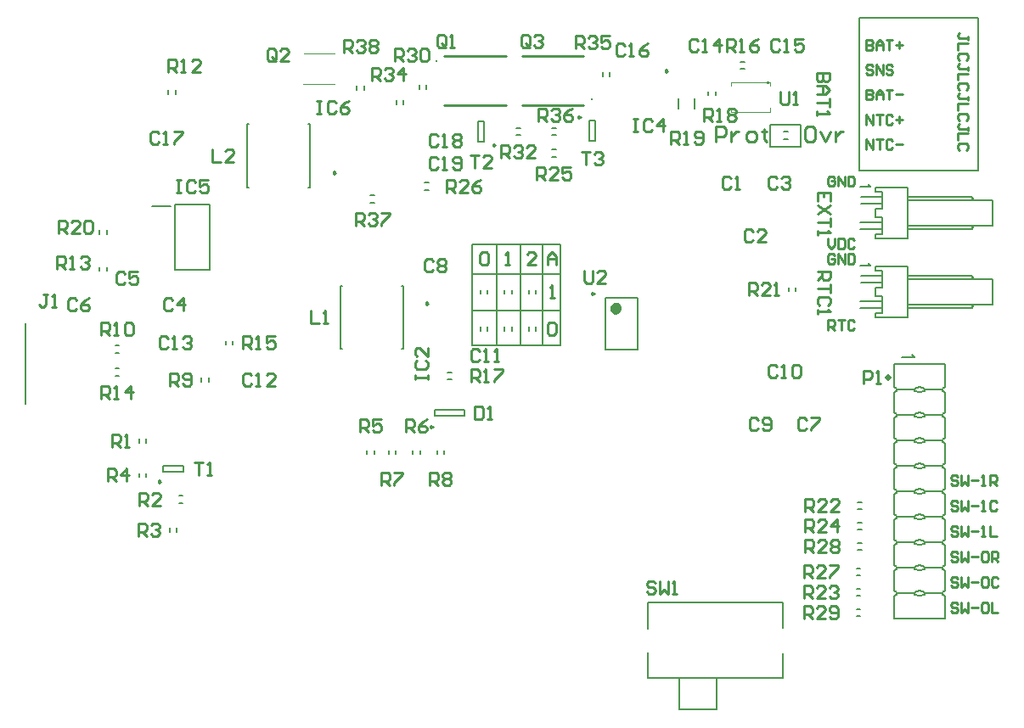
<source format=gto>
G04*
G04 #@! TF.GenerationSoftware,Altium Limited,Altium Designer,19.1.8 (144)*
G04*
G04 Layer_Color=65535*
%FSLAX25Y25*%
%MOIN*%
G70*
G01*
G75*
%ADD10C,0.00984*%
%ADD11C,0.01181*%
%ADD12C,0.00984*%
%ADD13C,0.02362*%
%ADD14C,0.01000*%
%ADD15C,0.00787*%
%ADD16C,0.00800*%
%ADD17C,0.00394*%
%ADD18C,0.00591*%
D10*
X221804Y320728D02*
X221066Y321155D01*
Y320302D01*
X221804Y320728D01*
X258095Y269406D02*
X257356Y269832D01*
Y268979D01*
X258095Y269406D01*
X259906Y220988D02*
X259167Y221414D01*
Y220562D01*
X259906Y220988D01*
X284482Y331648D02*
X283744Y332074D01*
Y331221D01*
X284482Y331648D01*
X317874Y342621D02*
X317136Y343047D01*
Y342195D01*
X317874Y342621D01*
X323272Y273311D02*
X322533Y273737D01*
Y272885D01*
X323272Y273311D01*
X352079Y360787D02*
X351341Y361214D01*
Y360361D01*
X352079Y360787D01*
X153177Y199382D02*
X152439Y199808D01*
Y198956D01*
X153177Y199382D01*
X264400Y347354D02*
X288612D01*
X264400Y366646D02*
X288612D01*
X294882D02*
X319094D01*
X294882Y347354D02*
X319094D01*
D11*
X439248Y240362D02*
X438658Y240953D01*
X438067Y240362D01*
X438658Y239772D01*
X439248Y240362D01*
D12*
X261419Y364476D02*
D03*
X322437Y349524D02*
D03*
D13*
X332819Y267602D02*
X332374Y268526D01*
X331375Y268754D01*
X330574Y268115D01*
Y267090D01*
X331375Y266451D01*
X332374Y266679D01*
X332819Y267602D01*
D14*
X391693Y356405D02*
X390905D01*
X391693D01*
X415000Y294936D02*
Y292312D01*
X416312Y291000D01*
X417624Y292312D01*
Y294936D01*
X418936D02*
Y291000D01*
X420904D01*
X421560Y291656D01*
Y294280D01*
X420904Y294936D01*
X418936D01*
X425495Y294280D02*
X424839Y294936D01*
X423527D01*
X422871Y294280D01*
Y291656D01*
X423527Y291000D01*
X424839D01*
X425495Y291656D01*
X415000Y259000D02*
Y262936D01*
X416968D01*
X417624Y262280D01*
Y260968D01*
X416968Y260312D01*
X415000D01*
X416312D02*
X417624Y259000D01*
X418936Y262936D02*
X421560D01*
X420248D01*
Y259000D01*
X425495Y262280D02*
X424839Y262936D01*
X423527D01*
X422871Y262280D01*
Y259656D01*
X423527Y259000D01*
X424839D01*
X425495Y259656D01*
X417624Y288280D02*
X416968Y288936D01*
X415656D01*
X415000Y288280D01*
Y285656D01*
X415656Y285000D01*
X416968D01*
X417624Y285656D01*
Y286968D01*
X416312D01*
X418936Y285000D02*
Y288936D01*
X421560Y285000D01*
Y288936D01*
X422871D02*
Y285000D01*
X424839D01*
X425495Y285656D01*
Y288280D01*
X424839Y288936D01*
X422871D01*
X417624Y318780D02*
X416968Y319436D01*
X415656D01*
X415000Y318780D01*
Y316156D01*
X415656Y315500D01*
X416968D01*
X417624Y316156D01*
Y317468D01*
X416312D01*
X418936Y315500D02*
Y319436D01*
X421560Y315500D01*
Y319436D01*
X422871D02*
Y315500D01*
X424839D01*
X425495Y316156D01*
Y318780D01*
X424839Y319436D01*
X422871D01*
X430000Y330000D02*
Y333936D01*
X432624Y330000D01*
Y333936D01*
X433936D02*
X436560D01*
X435248D01*
Y330000D01*
X440495Y333280D02*
X439839Y333936D01*
X438527D01*
X437872Y333280D01*
Y330656D01*
X438527Y330000D01*
X439839D01*
X440495Y330656D01*
X441807Y331968D02*
X444431D01*
X430000Y339750D02*
Y343686D01*
X432624Y339750D01*
Y343686D01*
X433936D02*
X436560D01*
X435248D01*
Y339750D01*
X440495Y343030D02*
X439839Y343686D01*
X438527D01*
X437872Y343030D01*
Y340406D01*
X438527Y339750D01*
X439839D01*
X440495Y340406D01*
X441807Y341718D02*
X444431D01*
X443119Y343030D02*
Y340406D01*
X430000Y353436D02*
Y349500D01*
X431968D01*
X432624Y350156D01*
Y350812D01*
X431968Y351468D01*
X430000D01*
X431968D01*
X432624Y352124D01*
Y352780D01*
X431968Y353436D01*
X430000D01*
X433936Y349500D02*
Y352124D01*
X435248Y353436D01*
X436560Y352124D01*
Y349500D01*
Y351468D01*
X433936D01*
X437872Y353436D02*
X440495D01*
X439183D01*
Y349500D01*
X441807Y351468D02*
X444431D01*
X432624Y362530D02*
X431968Y363186D01*
X430656D01*
X430000Y362530D01*
Y361874D01*
X430656Y361218D01*
X431968D01*
X432624Y360562D01*
Y359906D01*
X431968Y359250D01*
X430656D01*
X430000Y359906D01*
X433936Y359250D02*
Y363186D01*
X436560Y359250D01*
Y363186D01*
X440495Y362530D02*
X439839Y363186D01*
X438527D01*
X437872Y362530D01*
Y361874D01*
X438527Y361218D01*
X439839D01*
X440495Y360562D01*
Y359906D01*
X439839Y359250D01*
X438527D01*
X437872Y359906D01*
X430000Y372936D02*
Y369000D01*
X431968D01*
X432624Y369656D01*
Y370312D01*
X431968Y370968D01*
X430000D01*
X431968D01*
X432624Y371624D01*
Y372280D01*
X431968Y372936D01*
X430000D01*
X433936Y369000D02*
Y371624D01*
X435248Y372936D01*
X436560Y371624D01*
Y369000D01*
Y370968D01*
X433936D01*
X437872Y372936D02*
X440495D01*
X439183D01*
Y369000D01*
X441807Y370968D02*
X444431D01*
X443119Y372280D02*
Y369656D01*
X466124Y181280D02*
X465468Y181936D01*
X464156D01*
X463500Y181280D01*
Y180624D01*
X464156Y179968D01*
X465468D01*
X466124Y179312D01*
Y178656D01*
X465468Y178000D01*
X464156D01*
X463500Y178656D01*
X467436Y181936D02*
Y178000D01*
X468748Y179312D01*
X470060Y178000D01*
Y181936D01*
X471372Y179968D02*
X473995D01*
X475307Y178000D02*
X476619D01*
X475963D01*
Y181936D01*
X475307Y181280D01*
X478587Y181936D02*
Y178000D01*
X481211D01*
X466124Y191280D02*
X465468Y191936D01*
X464156D01*
X463500Y191280D01*
Y190624D01*
X464156Y189968D01*
X465468D01*
X466124Y189312D01*
Y188656D01*
X465468Y188000D01*
X464156D01*
X463500Y188656D01*
X467436Y191936D02*
Y188000D01*
X468748Y189312D01*
X470060Y188000D01*
Y191936D01*
X471372Y189968D02*
X473995D01*
X475307Y188000D02*
X476619D01*
X475963D01*
Y191936D01*
X475307Y191280D01*
X481211D02*
X480555Y191936D01*
X479243D01*
X478587Y191280D01*
Y188656D01*
X479243Y188000D01*
X480555D01*
X481211Y188656D01*
X466124Y201280D02*
X465468Y201936D01*
X464156D01*
X463500Y201280D01*
Y200624D01*
X464156Y199968D01*
X465468D01*
X466124Y199312D01*
Y198656D01*
X465468Y198000D01*
X464156D01*
X463500Y198656D01*
X467436Y201936D02*
Y198000D01*
X468748Y199312D01*
X470060Y198000D01*
Y201936D01*
X471372Y199968D02*
X473995D01*
X475307Y198000D02*
X476619D01*
X475963D01*
Y201936D01*
X475307Y201280D01*
X478587Y198000D02*
Y201936D01*
X480555D01*
X481211Y201280D01*
Y199968D01*
X480555Y199312D01*
X478587D01*
X479899D02*
X481211Y198000D01*
X466124Y171280D02*
X465468Y171936D01*
X464156D01*
X463500Y171280D01*
Y170624D01*
X464156Y169968D01*
X465468D01*
X466124Y169312D01*
Y168656D01*
X465468Y168000D01*
X464156D01*
X463500Y168656D01*
X467436Y171936D02*
Y168000D01*
X468748Y169312D01*
X470060Y168000D01*
Y171936D01*
X471372Y169968D02*
X473995D01*
X475307Y171280D02*
X475963Y171936D01*
X477275D01*
X477931Y171280D01*
Y168656D01*
X477275Y168000D01*
X475963D01*
X475307Y168656D01*
Y171280D01*
X479243Y168000D02*
Y171936D01*
X481211D01*
X481867Y171280D01*
Y169968D01*
X481211Y169312D01*
X479243D01*
X480555D02*
X481867Y168000D01*
X466124Y161280D02*
X465468Y161936D01*
X464156D01*
X463500Y161280D01*
Y160624D01*
X464156Y159968D01*
X465468D01*
X466124Y159312D01*
Y158656D01*
X465468Y158000D01*
X464156D01*
X463500Y158656D01*
X467436Y161936D02*
Y158000D01*
X468748Y159312D01*
X470060Y158000D01*
Y161936D01*
X471372Y159968D02*
X473995D01*
X475307Y161280D02*
X475963Y161936D01*
X477275D01*
X477931Y161280D01*
Y158656D01*
X477275Y158000D01*
X475963D01*
X475307Y158656D01*
Y161280D01*
X481867D02*
X481211Y161936D01*
X479899D01*
X479243Y161280D01*
Y158656D01*
X479899Y158000D01*
X481211D01*
X481867Y158656D01*
X466124Y151280D02*
X465468Y151936D01*
X464156D01*
X463500Y151280D01*
Y150624D01*
X464156Y149968D01*
X465468D01*
X466124Y149312D01*
Y148656D01*
X465468Y148000D01*
X464156D01*
X463500Y148656D01*
X467436Y151936D02*
Y148000D01*
X468748Y149312D01*
X470060Y148000D01*
Y151936D01*
X471372Y149968D02*
X473995D01*
X475307Y151280D02*
X475963Y151936D01*
X477275D01*
X477931Y151280D01*
Y148656D01*
X477275Y148000D01*
X475963D01*
X475307Y148656D01*
Y151280D01*
X479243Y151936D02*
Y148000D01*
X481867D01*
X469936Y372876D02*
Y374188D01*
Y373532D01*
X466656D01*
X466000Y374188D01*
Y374844D01*
X466656Y375500D01*
X469936Y371564D02*
X466000D01*
Y368940D01*
X469280Y365005D02*
X469936Y365661D01*
Y366973D01*
X469280Y367629D01*
X466656D01*
X466000Y366973D01*
Y365661D01*
X466656Y365005D01*
X469936Y361069D02*
Y362381D01*
Y361725D01*
X466656D01*
X466000Y362381D01*
Y363037D01*
X466656Y363693D01*
X469936Y359757D02*
X466000D01*
Y357133D01*
X469280Y353198D02*
X469936Y353853D01*
Y355165D01*
X469280Y355821D01*
X466656D01*
X466000Y355165D01*
Y353853D01*
X466656Y353198D01*
X469936Y349262D02*
Y350574D01*
Y349918D01*
X466656D01*
X466000Y350574D01*
Y351230D01*
X466656Y351886D01*
X469936Y347950D02*
X466000D01*
Y345326D01*
X469280Y341390D02*
X469936Y342046D01*
Y343358D01*
X469280Y344014D01*
X466656D01*
X466000Y343358D01*
Y342046D01*
X466656Y341390D01*
X469936Y337455D02*
Y338766D01*
Y338110D01*
X466656D01*
X466000Y338766D01*
Y339422D01*
X466656Y340078D01*
X469936Y336143D02*
X466000D01*
Y333519D01*
X469280Y329583D02*
X469936Y330239D01*
Y331551D01*
X469280Y332207D01*
X466656D01*
X466000Y331551D01*
Y330239D01*
X466656Y329583D01*
X305000Y284500D02*
Y287832D01*
X306666Y289498D01*
X308332Y287832D01*
Y284500D01*
Y286999D01*
X305000D01*
X300332Y284500D02*
X297000D01*
X300332Y287832D01*
Y288665D01*
X299499Y289498D01*
X297833D01*
X297000Y288665D01*
X288500Y284500D02*
X290166D01*
X289333D01*
Y289498D01*
X288500Y288665D01*
X278500D02*
X279333Y289498D01*
X280999D01*
X281832Y288665D01*
Y285333D01*
X280999Y284500D01*
X279333D01*
X278500Y285333D01*
Y288665D01*
X305000Y261165D02*
X305833Y261998D01*
X307499D01*
X308332Y261165D01*
Y257833D01*
X307499Y257000D01*
X305833D01*
X305000Y257833D01*
Y261165D01*
X306000Y271500D02*
X307666D01*
X306833D01*
Y276498D01*
X306000Y275665D01*
X371000Y333000D02*
Y338998D01*
X373999D01*
X374999Y337998D01*
Y335999D01*
X373999Y334999D01*
X371000D01*
X376998Y336999D02*
Y333000D01*
Y334999D01*
X377998Y335999D01*
X378997Y336999D01*
X379997D01*
X383996Y333000D02*
X385995D01*
X386995Y334000D01*
Y335999D01*
X385995Y336999D01*
X383996D01*
X382996Y335999D01*
Y334000D01*
X383996Y333000D01*
X389994Y337998D02*
Y336999D01*
X388994D01*
X390993D01*
X389994D01*
Y334000D01*
X390993Y333000D01*
X408988Y338998D02*
X406988D01*
X405989Y337998D01*
Y334000D01*
X406988Y333000D01*
X408988D01*
X409987Y334000D01*
Y337998D01*
X408988Y338998D01*
X411987Y336999D02*
X413986Y333000D01*
X415985Y336999D01*
X417985D02*
Y333000D01*
Y334999D01*
X418985Y335999D01*
X419984Y336999D01*
X420984D01*
X276500Y228998D02*
Y224000D01*
X278999D01*
X279832Y224833D01*
Y228165D01*
X278999Y228998D01*
X276500D01*
X281498Y224000D02*
X283165D01*
X282331D01*
Y228998D01*
X281498Y228165D01*
X260132Y286065D02*
X259299Y286898D01*
X257633D01*
X256800Y286065D01*
Y282733D01*
X257633Y281900D01*
X259299D01*
X260132Y282733D01*
X261798Y286065D02*
X262631Y286898D01*
X264298D01*
X265131Y286065D01*
Y285232D01*
X264298Y284399D01*
X265131Y283566D01*
Y282733D01*
X264298Y281900D01*
X262631D01*
X261798Y282733D01*
Y283566D01*
X262631Y284399D01*
X261798Y285232D01*
Y286065D01*
X262631Y284399D02*
X264298D01*
X278332Y250665D02*
X277499Y251498D01*
X275833D01*
X275000Y250665D01*
Y247333D01*
X275833Y246500D01*
X277499D01*
X278332Y247333D01*
X279998Y246500D02*
X281664D01*
X280831D01*
Y251498D01*
X279998Y250665D01*
X284164Y246500D02*
X285830D01*
X284997D01*
Y251498D01*
X284164Y250665D01*
X253002Y239500D02*
Y241166D01*
Y240333D01*
X258000D01*
Y239500D01*
Y241166D01*
X253835Y246998D02*
X253002Y246164D01*
Y244498D01*
X253835Y243665D01*
X257167D01*
X258000Y244498D01*
Y246164D01*
X257167Y246998D01*
X258000Y251996D02*
Y248664D01*
X254668Y251996D01*
X253835D01*
X253002Y251163D01*
Y249497D01*
X253835Y248664D01*
X211900Y266498D02*
Y261500D01*
X215232D01*
X216898D02*
X218565D01*
X217731D01*
Y266498D01*
X216898Y265665D01*
X275000Y238500D02*
Y243498D01*
X277499D01*
X278332Y242665D01*
Y240999D01*
X277499Y240166D01*
X275000D01*
X276666D02*
X278332Y238500D01*
X279998D02*
X281664D01*
X280831D01*
Y243498D01*
X279998Y242665D01*
X284164Y243498D02*
X287496D01*
Y242665D01*
X284164Y239333D01*
Y238500D01*
X262032Y335165D02*
X261199Y335998D01*
X259533D01*
X258700Y335165D01*
Y331833D01*
X259533Y331000D01*
X261199D01*
X262032Y331833D01*
X263698Y331000D02*
X265365D01*
X264531D01*
Y335998D01*
X263698Y335165D01*
X267864D02*
X268697Y335998D01*
X270363D01*
X271196Y335165D01*
Y334332D01*
X270363Y333499D01*
X271196Y332666D01*
Y331833D01*
X270363Y331000D01*
X268697D01*
X267864Y331833D01*
Y332666D01*
X268697Y333499D01*
X267864Y334332D01*
Y335165D01*
X268697Y333499D02*
X270363D01*
X262032Y326165D02*
X261199Y326998D01*
X259533D01*
X258700Y326165D01*
Y322833D01*
X259533Y322000D01*
X261199D01*
X262032Y322833D01*
X263698Y322000D02*
X265365D01*
X264531D01*
Y326998D01*
X263698Y326165D01*
X267864Y322833D02*
X268697Y322000D01*
X270363D01*
X271196Y322833D01*
Y326165D01*
X270363Y326998D01*
X268697D01*
X267864Y326165D01*
Y325332D01*
X268697Y324499D01*
X271196D01*
X214500Y348998D02*
X216166D01*
X215333D01*
Y344000D01*
X214500D01*
X216166D01*
X221998Y348165D02*
X221164Y348998D01*
X219498D01*
X218665Y348165D01*
Y344833D01*
X219498Y344000D01*
X221164D01*
X221998Y344833D01*
X226996Y348998D02*
X225330Y348165D01*
X223664Y346499D01*
Y344833D01*
X224497Y344000D01*
X226163D01*
X226996Y344833D01*
Y345666D01*
X226163Y346499D01*
X223664D01*
X173500Y329998D02*
Y325000D01*
X176832D01*
X181831D02*
X178498D01*
X181831Y328332D01*
Y329165D01*
X180998Y329998D01*
X179331D01*
X178498Y329165D01*
X236000Y357000D02*
Y361998D01*
X238499D01*
X239332Y361165D01*
Y359499D01*
X238499Y358666D01*
X236000D01*
X237666D02*
X239332Y357000D01*
X240998Y361165D02*
X241831Y361998D01*
X243498D01*
X244331Y361165D01*
Y360332D01*
X243498Y359499D01*
X242665D01*
X243498D01*
X244331Y358666D01*
Y357833D01*
X243498Y357000D01*
X241831D01*
X240998Y357833D01*
X248496Y357000D02*
Y361998D01*
X245997Y359499D01*
X249329D01*
X229600Y300100D02*
Y305098D01*
X232099D01*
X232932Y304265D01*
Y302599D01*
X232099Y301766D01*
X229600D01*
X231266D02*
X232932Y300100D01*
X234598Y304265D02*
X235431Y305098D01*
X237098D01*
X237931Y304265D01*
Y303432D01*
X237098Y302599D01*
X236264D01*
X237098D01*
X237931Y301766D01*
Y300933D01*
X237098Y300100D01*
X235431D01*
X234598Y300933D01*
X239597Y305098D02*
X242929D01*
Y304265D01*
X239597Y300933D01*
Y300100D01*
X225000Y368000D02*
Y372998D01*
X227499D01*
X228332Y372165D01*
Y370499D01*
X227499Y369666D01*
X225000D01*
X226666D02*
X228332Y368000D01*
X229998Y372165D02*
X230831Y372998D01*
X232498D01*
X233331Y372165D01*
Y371332D01*
X232498Y370499D01*
X231664D01*
X232498D01*
X233331Y369666D01*
Y368833D01*
X232498Y368000D01*
X230831D01*
X229998Y368833D01*
X234997Y372165D02*
X235830Y372998D01*
X237496D01*
X238329Y372165D01*
Y371332D01*
X237496Y370499D01*
X238329Y369666D01*
Y368833D01*
X237496Y368000D01*
X235830D01*
X234997Y368833D01*
Y369666D01*
X235830Y370499D01*
X234997Y371332D01*
Y372165D01*
X235830Y370499D02*
X237496D01*
X198332Y365333D02*
Y368665D01*
X197499Y369498D01*
X195833D01*
X195000Y368665D01*
Y365333D01*
X195833Y364500D01*
X197499D01*
X196666Y366166D02*
X198332Y364500D01*
X197499D02*
X198332Y365333D01*
X203331Y364500D02*
X199998D01*
X203331Y367832D01*
Y368665D01*
X202498Y369498D01*
X200831D01*
X199998Y368665D01*
X319400Y282298D02*
Y278133D01*
X320233Y277300D01*
X321899D01*
X322732Y278133D01*
Y282298D01*
X327731Y277300D02*
X324398D01*
X327731Y280632D01*
Y281465D01*
X326898Y282298D01*
X325231D01*
X324398Y281465D01*
X396500Y352498D02*
Y348333D01*
X397333Y347500D01*
X398999D01*
X399832Y348333D01*
Y352498D01*
X401498Y347500D02*
X403164D01*
X402331D01*
Y352498D01*
X401498Y351665D01*
X318300Y328898D02*
X321632D01*
X319966D01*
Y323900D01*
X323298Y328065D02*
X324131Y328898D01*
X325798D01*
X326631Y328065D01*
Y327232D01*
X325798Y326399D01*
X324964D01*
X325798D01*
X326631Y325566D01*
Y324733D01*
X325798Y323900D01*
X324131D01*
X323298Y324733D01*
X274700Y327698D02*
X278032D01*
X276366D01*
Y322700D01*
X283031D02*
X279698D01*
X283031Y326032D01*
Y326865D01*
X282198Y327698D01*
X280531D01*
X279698Y326865D01*
X166400Y206998D02*
X169732D01*
X168066D01*
Y202000D01*
X171398D02*
X173064D01*
X172231D01*
Y206998D01*
X171398Y206165D01*
X347232Y159565D02*
X346399Y160398D01*
X344733D01*
X343900Y159565D01*
Y158732D01*
X344733Y157899D01*
X346399D01*
X347232Y157066D01*
Y156233D01*
X346399Y155400D01*
X344733D01*
X343900Y156233D01*
X348898Y160398D02*
Y155400D01*
X350565Y157066D01*
X352231Y155400D01*
Y160398D01*
X353897Y155400D02*
X355563D01*
X354730D01*
Y160398D01*
X353897Y159565D01*
X410880Y282000D02*
X415879D01*
Y279501D01*
X415046Y278668D01*
X413379D01*
X412546Y279501D01*
Y282000D01*
Y280334D02*
X410880Y278668D01*
X415879Y277002D02*
Y273669D01*
Y275336D01*
X410880D01*
X415046Y268671D02*
X415879Y269504D01*
Y271170D01*
X415046Y272003D01*
X411713D01*
X410880Y271170D01*
Y269504D01*
X411713Y268671D01*
X410880Y267005D02*
Y265339D01*
Y266172D01*
X415879D01*
X415046Y267005D01*
X301500Y341000D02*
Y345998D01*
X303999D01*
X304832Y345165D01*
Y343499D01*
X303999Y342666D01*
X301500D01*
X303166D02*
X304832Y341000D01*
X306498Y345165D02*
X307331Y345998D01*
X308998D01*
X309831Y345165D01*
Y344332D01*
X308998Y343499D01*
X308165D01*
X308998D01*
X309831Y342666D01*
Y341833D01*
X308998Y341000D01*
X307331D01*
X306498Y341833D01*
X314829Y345998D02*
X313163Y345165D01*
X311497Y343499D01*
Y341833D01*
X312330Y341000D01*
X313996D01*
X314829Y341833D01*
Y342666D01*
X313996Y343499D01*
X311497D01*
X316000Y369500D02*
Y374498D01*
X318499D01*
X319332Y373665D01*
Y371999D01*
X318499Y371166D01*
X316000D01*
X317666D02*
X319332Y369500D01*
X320998Y373665D02*
X321831Y374498D01*
X323498D01*
X324331Y373665D01*
Y372832D01*
X323498Y371999D01*
X322664D01*
X323498D01*
X324331Y371166D01*
Y370333D01*
X323498Y369500D01*
X321831D01*
X320998Y370333D01*
X329329Y374498D02*
X325997D01*
Y371999D01*
X327663Y372832D01*
X328496D01*
X329329Y371999D01*
Y370333D01*
X328496Y369500D01*
X326830D01*
X325997Y370333D01*
X286800Y326600D02*
Y331598D01*
X289299D01*
X290132Y330765D01*
Y329099D01*
X289299Y328266D01*
X286800D01*
X288466D02*
X290132Y326600D01*
X291798Y330765D02*
X292631Y331598D01*
X294298D01*
X295131Y330765D01*
Y329932D01*
X294298Y329099D01*
X293464D01*
X294298D01*
X295131Y328266D01*
Y327433D01*
X294298Y326600D01*
X292631D01*
X291798Y327433D01*
X300129Y326600D02*
X296797D01*
X300129Y329932D01*
Y330765D01*
X299296Y331598D01*
X297630D01*
X296797Y330765D01*
X245000Y364500D02*
Y369498D01*
X247499D01*
X248332Y368665D01*
Y366999D01*
X247499Y366166D01*
X245000D01*
X246666D02*
X248332Y364500D01*
X249998Y368665D02*
X250831Y369498D01*
X252498D01*
X253331Y368665D01*
Y367832D01*
X252498Y366999D01*
X251664D01*
X252498D01*
X253331Y366166D01*
Y365333D01*
X252498Y364500D01*
X250831D01*
X249998Y365333D01*
X254997Y368665D02*
X255830Y369498D01*
X257496D01*
X258329Y368665D01*
Y365333D01*
X257496Y364500D01*
X255830D01*
X254997Y365333D01*
Y368665D01*
X405700Y145500D02*
Y150498D01*
X408199D01*
X409032Y149665D01*
Y147999D01*
X408199Y147166D01*
X405700D01*
X407366D02*
X409032Y145500D01*
X414031D02*
X410698D01*
X414031Y148832D01*
Y149665D01*
X413198Y150498D01*
X411531D01*
X410698Y149665D01*
X415697Y146333D02*
X416530Y145500D01*
X418196D01*
X419029Y146333D01*
Y149665D01*
X418196Y150498D01*
X416530D01*
X415697Y149665D01*
Y148832D01*
X416530Y147999D01*
X419029D01*
X406200Y171500D02*
Y176498D01*
X408699D01*
X409532Y175665D01*
Y173999D01*
X408699Y173166D01*
X406200D01*
X407866D02*
X409532Y171500D01*
X414531D02*
X411198D01*
X414531Y174832D01*
Y175665D01*
X413698Y176498D01*
X412031D01*
X411198Y175665D01*
X416197D02*
X417030Y176498D01*
X418696D01*
X419529Y175665D01*
Y174832D01*
X418696Y173999D01*
X419529Y173166D01*
Y172333D01*
X418696Y171500D01*
X417030D01*
X416197Y172333D01*
Y173166D01*
X417030Y173999D01*
X416197Y174832D01*
Y175665D01*
X417030Y173999D02*
X418696D01*
X405700Y161500D02*
Y166498D01*
X408199D01*
X409032Y165665D01*
Y163999D01*
X408199Y163166D01*
X405700D01*
X407366D02*
X409032Y161500D01*
X414031D02*
X410698D01*
X414031Y164832D01*
Y165665D01*
X413198Y166498D01*
X411531D01*
X410698Y165665D01*
X415697Y166498D02*
X419029D01*
Y165665D01*
X415697Y162333D01*
Y161500D01*
X265400Y313000D02*
Y317998D01*
X267899D01*
X268732Y317165D01*
Y315499D01*
X267899Y314666D01*
X265400D01*
X267066D02*
X268732Y313000D01*
X273731D02*
X270398D01*
X273731Y316332D01*
Y317165D01*
X272898Y317998D01*
X271231D01*
X270398Y317165D01*
X278729Y317998D02*
X277063Y317165D01*
X275397Y315499D01*
Y313833D01*
X276230Y313000D01*
X277896D01*
X278729Y313833D01*
Y314666D01*
X277896Y315499D01*
X275397D01*
X300800Y318100D02*
Y323098D01*
X303299D01*
X304132Y322265D01*
Y320599D01*
X303299Y319766D01*
X300800D01*
X302466D02*
X304132Y318100D01*
X309131D02*
X305798D01*
X309131Y321432D01*
Y322265D01*
X308298Y323098D01*
X306631D01*
X305798Y322265D01*
X314129Y323098D02*
X310797D01*
Y320599D01*
X312463Y321432D01*
X313296D01*
X314129Y320599D01*
Y318933D01*
X313296Y318100D01*
X311630D01*
X310797Y318933D01*
X406200Y179500D02*
Y184498D01*
X408699D01*
X409532Y183665D01*
Y181999D01*
X408699Y181166D01*
X406200D01*
X407866D02*
X409532Y179500D01*
X414531D02*
X411198D01*
X414531Y182832D01*
Y183665D01*
X413698Y184498D01*
X412031D01*
X411198Y183665D01*
X418696Y179500D02*
Y184498D01*
X416197Y181999D01*
X419529D01*
X405700Y153500D02*
Y158498D01*
X408199D01*
X409032Y157665D01*
Y155999D01*
X408199Y155166D01*
X405700D01*
X407366D02*
X409032Y153500D01*
X414031D02*
X410698D01*
X414031Y156832D01*
Y157665D01*
X413198Y158498D01*
X411531D01*
X410698Y157665D01*
X415697D02*
X416530Y158498D01*
X418196D01*
X419029Y157665D01*
Y156832D01*
X418196Y155999D01*
X417363D01*
X418196D01*
X419029Y155166D01*
Y154333D01*
X418196Y153500D01*
X416530D01*
X415697Y154333D01*
X406200Y187500D02*
Y192498D01*
X408699D01*
X409532Y191665D01*
Y189999D01*
X408699Y189166D01*
X406200D01*
X407866D02*
X409532Y187500D01*
X414531D02*
X411198D01*
X414531Y190832D01*
Y191665D01*
X413698Y192498D01*
X412031D01*
X411198Y191665D01*
X419529Y187500D02*
X416197D01*
X419529Y190832D01*
Y191665D01*
X418696Y192498D01*
X417030D01*
X416197Y191665D01*
X384000Y272500D02*
Y277498D01*
X386499D01*
X387332Y276665D01*
Y274999D01*
X386499Y274166D01*
X384000D01*
X385666D02*
X387332Y272500D01*
X392331D02*
X388998D01*
X392331Y275832D01*
Y276665D01*
X391498Y277498D01*
X389831D01*
X388998Y276665D01*
X393997Y272500D02*
X395663D01*
X394830D01*
Y277498D01*
X393997Y276665D01*
X113000Y297000D02*
Y301998D01*
X115499D01*
X116332Y301165D01*
Y299499D01*
X115499Y298666D01*
X113000D01*
X114666D02*
X116332Y297000D01*
X121331D02*
X117998D01*
X121331Y300332D01*
Y301165D01*
X120498Y301998D01*
X118831D01*
X117998Y301165D01*
X122997D02*
X123830Y301998D01*
X125496D01*
X126329Y301165D01*
Y297833D01*
X125496Y297000D01*
X123830D01*
X122997Y297833D01*
Y301165D01*
X353500Y332000D02*
Y336998D01*
X355999D01*
X356832Y336165D01*
Y334499D01*
X355999Y333666D01*
X353500D01*
X355166D02*
X356832Y332000D01*
X358498D02*
X360164D01*
X359331D01*
Y336998D01*
X358498Y336165D01*
X362664Y332833D02*
X363497Y332000D01*
X365163D01*
X365996Y332833D01*
Y336165D01*
X365163Y336998D01*
X363497D01*
X362664Y336165D01*
Y335332D01*
X363497Y334499D01*
X365996D01*
X366500Y341000D02*
Y345998D01*
X368999D01*
X369832Y345165D01*
Y343499D01*
X368999Y342666D01*
X366500D01*
X368166D02*
X369832Y341000D01*
X371498D02*
X373165D01*
X372331D01*
Y345998D01*
X371498Y345165D01*
X375664D02*
X376497Y345998D01*
X378163D01*
X378996Y345165D01*
Y344332D01*
X378163Y343499D01*
X378996Y342666D01*
Y341833D01*
X378163Y341000D01*
X376497D01*
X375664Y341833D01*
Y342666D01*
X376497Y343499D01*
X375664Y344332D01*
Y345165D01*
X376497Y343499D02*
X378163D01*
X375300Y368400D02*
Y373398D01*
X377799D01*
X378632Y372565D01*
Y370899D01*
X377799Y370066D01*
X375300D01*
X376966D02*
X378632Y368400D01*
X380298D02*
X381964D01*
X381131D01*
Y373398D01*
X380298Y372565D01*
X387796Y373398D02*
X386130Y372565D01*
X384464Y370899D01*
Y369233D01*
X385297Y368400D01*
X386963D01*
X387796Y369233D01*
Y370066D01*
X386963Y370899D01*
X384464D01*
X185400Y251500D02*
Y256498D01*
X187899D01*
X188732Y255665D01*
Y253999D01*
X187899Y253166D01*
X185400D01*
X187066D02*
X188732Y251500D01*
X190398D02*
X192064D01*
X191231D01*
Y256498D01*
X190398Y255665D01*
X197896Y256498D02*
X194564D01*
Y253999D01*
X196230Y254832D01*
X197063D01*
X197896Y253999D01*
Y252333D01*
X197063Y251500D01*
X195397D01*
X194564Y252333D01*
X129800Y232100D02*
Y237098D01*
X132299D01*
X133132Y236265D01*
Y234599D01*
X132299Y233766D01*
X129800D01*
X131466D02*
X133132Y232100D01*
X134798D02*
X136465D01*
X135631D01*
Y237098D01*
X134798Y236265D01*
X141463Y232100D02*
Y237098D01*
X138964Y234599D01*
X142296D01*
X112500Y283000D02*
Y287998D01*
X114999D01*
X115832Y287165D01*
Y285499D01*
X114999Y284666D01*
X112500D01*
X114166D02*
X115832Y283000D01*
X117498D02*
X119165D01*
X118331D01*
Y287998D01*
X117498Y287165D01*
X121664D02*
X122497Y287998D01*
X124163D01*
X124996Y287165D01*
Y286332D01*
X124163Y285499D01*
X123330D01*
X124163D01*
X124996Y284666D01*
Y283833D01*
X124163Y283000D01*
X122497D01*
X121664Y283833D01*
X156100Y360400D02*
Y365398D01*
X158599D01*
X159432Y364565D01*
Y362899D01*
X158599Y362066D01*
X156100D01*
X157766D02*
X159432Y360400D01*
X161098D02*
X162765D01*
X161931D01*
Y365398D01*
X161098Y364565D01*
X168596Y360400D02*
X165264D01*
X168596Y363732D01*
Y364565D01*
X167763Y365398D01*
X166097D01*
X165264Y364565D01*
X129800Y256900D02*
Y261898D01*
X132299D01*
X133132Y261065D01*
Y259399D01*
X132299Y258566D01*
X129800D01*
X131466D02*
X133132Y256900D01*
X134798D02*
X136465D01*
X135631D01*
Y261898D01*
X134798Y261065D01*
X138964D02*
X139797Y261898D01*
X141463D01*
X142296Y261065D01*
Y257733D01*
X141463Y256900D01*
X139797D01*
X138964Y257733D01*
Y261065D01*
X156800Y237000D02*
Y241998D01*
X159299D01*
X160132Y241165D01*
Y239499D01*
X159299Y238666D01*
X156800D01*
X158466D02*
X160132Y237000D01*
X161798Y237833D02*
X162631Y237000D01*
X164298D01*
X165131Y237833D01*
Y241165D01*
X164298Y241998D01*
X162631D01*
X161798Y241165D01*
Y240332D01*
X162631Y239499D01*
X165131D01*
X258800Y198100D02*
Y203098D01*
X261299D01*
X262132Y202265D01*
Y200599D01*
X261299Y199766D01*
X258800D01*
X260466D02*
X262132Y198100D01*
X263798Y202265D02*
X264631Y203098D01*
X266298D01*
X267131Y202265D01*
Y201432D01*
X266298Y200599D01*
X267131Y199766D01*
Y198933D01*
X266298Y198100D01*
X264631D01*
X263798Y198933D01*
Y199766D01*
X264631Y200599D01*
X263798Y201432D01*
Y202265D01*
X264631Y200599D02*
X266298D01*
X239800Y198100D02*
Y203098D01*
X242299D01*
X243132Y202265D01*
Y200599D01*
X242299Y199766D01*
X239800D01*
X241466D02*
X243132Y198100D01*
X244798Y203098D02*
X248131D01*
Y202265D01*
X244798Y198933D01*
Y198100D01*
X249300Y218900D02*
Y223898D01*
X251799D01*
X252632Y223065D01*
Y221399D01*
X251799Y220566D01*
X249300D01*
X250966D02*
X252632Y218900D01*
X257631Y223898D02*
X255964Y223065D01*
X254298Y221399D01*
Y219733D01*
X255131Y218900D01*
X256798D01*
X257631Y219733D01*
Y220566D01*
X256798Y221399D01*
X254298D01*
X231300Y218900D02*
Y223898D01*
X233799D01*
X234632Y223065D01*
Y221399D01*
X233799Y220566D01*
X231300D01*
X232966D02*
X234632Y218900D01*
X239631Y223898D02*
X236298D01*
Y221399D01*
X237965Y222232D01*
X238798D01*
X239631Y221399D01*
Y219733D01*
X238798Y218900D01*
X237131D01*
X236298Y219733D01*
X132300Y199500D02*
Y204498D01*
X134799D01*
X135632Y203665D01*
Y201999D01*
X134799Y201166D01*
X132300D01*
X133966D02*
X135632Y199500D01*
X139798D02*
Y204498D01*
X137298Y201999D01*
X140631D01*
X144300Y178000D02*
Y182998D01*
X146799D01*
X147632Y182165D01*
Y180499D01*
X146799Y179666D01*
X144300D01*
X145966D02*
X147632Y178000D01*
X149298Y182165D02*
X150131Y182998D01*
X151798D01*
X152631Y182165D01*
Y181332D01*
X151798Y180499D01*
X150964D01*
X151798D01*
X152631Y179666D01*
Y178833D01*
X151798Y178000D01*
X150131D01*
X149298Y178833D01*
X144700Y190000D02*
Y194998D01*
X147199D01*
X148032Y194165D01*
Y192499D01*
X147199Y191666D01*
X144700D01*
X146366D02*
X148032Y190000D01*
X153031D02*
X149698D01*
X153031Y193332D01*
Y194165D01*
X152198Y194998D01*
X150531D01*
X149698Y194165D01*
X134000Y213000D02*
Y217998D01*
X136499D01*
X137332Y217165D01*
Y215499D01*
X136499Y214666D01*
X134000D01*
X135666D02*
X137332Y213000D01*
X138998D02*
X140665D01*
X139831D01*
Y217998D01*
X138998Y217165D01*
X297932Y370933D02*
Y374265D01*
X297099Y375098D01*
X295433D01*
X294600Y374265D01*
Y370933D01*
X295433Y370100D01*
X297099D01*
X296266Y371766D02*
X297932Y370100D01*
X297099D02*
X297932Y370933D01*
X299598Y374265D02*
X300431Y375098D01*
X302098D01*
X302931Y374265D01*
Y373432D01*
X302098Y372599D01*
X301265D01*
X302098D01*
X302931Y371766D01*
Y370933D01*
X302098Y370100D01*
X300431D01*
X299598Y370933D01*
X264932D02*
Y374265D01*
X264099Y375098D01*
X262433D01*
X261600Y374265D01*
Y370933D01*
X262433Y370100D01*
X264099D01*
X263266Y371766D02*
X264932Y370100D01*
X264099D02*
X264932Y370933D01*
X266598Y370100D02*
X268265D01*
X267431D01*
Y375098D01*
X266598Y374265D01*
X429000Y238000D02*
Y242998D01*
X431499D01*
X432332Y242165D01*
Y240499D01*
X431499Y239666D01*
X429000D01*
X433998Y238000D02*
X435665D01*
X434831D01*
Y242998D01*
X433998Y242165D01*
X108832Y272998D02*
X107166D01*
X107999D01*
Y268833D01*
X107166Y268000D01*
X106333D01*
X105500Y268833D01*
X110498Y268000D02*
X112164D01*
X111331D01*
Y272998D01*
X110498Y272165D01*
X159300Y317798D02*
X160966D01*
X160133D01*
Y312800D01*
X159300D01*
X160966D01*
X166798Y316965D02*
X165964Y317798D01*
X164298D01*
X163465Y316965D01*
Y313633D01*
X164298Y312800D01*
X165964D01*
X166798Y313633D01*
X171796Y317798D02*
X168464D01*
Y315299D01*
X170130Y316132D01*
X170963D01*
X171796Y315299D01*
Y313633D01*
X170963Y312800D01*
X169297D01*
X168464Y313633D01*
X338700Y341898D02*
X340366D01*
X339533D01*
Y336900D01*
X338700D01*
X340366D01*
X346198Y341065D02*
X345364Y341898D01*
X343698D01*
X342865Y341065D01*
Y337733D01*
X343698Y336900D01*
X345364D01*
X346198Y337733D01*
X350363Y336900D02*
Y341898D01*
X347864Y339399D01*
X351196D01*
X415879Y309668D02*
Y313000D01*
X410880D01*
Y309668D01*
X413379Y313000D02*
Y311334D01*
X415879Y308002D02*
X410880Y304669D01*
X415879D02*
X410880Y308002D01*
X415879Y303003D02*
Y299671D01*
Y301337D01*
X410880D01*
Y298005D02*
Y296339D01*
Y297172D01*
X415879D01*
X415046Y298005D01*
X152432Y336165D02*
X151599Y336998D01*
X149933D01*
X149100Y336165D01*
Y332833D01*
X149933Y332000D01*
X151599D01*
X152432Y332833D01*
X154098Y332000D02*
X155764D01*
X154931D01*
Y336998D01*
X154098Y336165D01*
X158264Y336998D02*
X161596D01*
Y336165D01*
X158264Y332833D01*
Y332000D01*
X335332Y370665D02*
X334499Y371498D01*
X332833D01*
X332000Y370665D01*
Y367333D01*
X332833Y366500D01*
X334499D01*
X335332Y367333D01*
X336998Y366500D02*
X338665D01*
X337831D01*
Y371498D01*
X336998Y370665D01*
X344496Y371498D02*
X342830Y370665D01*
X341164Y368999D01*
Y367333D01*
X341997Y366500D01*
X343663D01*
X344496Y367333D01*
Y368166D01*
X343663Y368999D01*
X341164D01*
X396132Y372565D02*
X395299Y373398D01*
X393633D01*
X392800Y372565D01*
Y369233D01*
X393633Y368400D01*
X395299D01*
X396132Y369233D01*
X397798Y368400D02*
X399465D01*
X398631D01*
Y373398D01*
X397798Y372565D01*
X405296Y373398D02*
X401964D01*
Y370899D01*
X403630Y371732D01*
X404463D01*
X405296Y370899D01*
Y369233D01*
X404463Y368400D01*
X402797D01*
X401964Y369233D01*
X364132Y372565D02*
X363299Y373398D01*
X361633D01*
X360800Y372565D01*
Y369233D01*
X361633Y368400D01*
X363299D01*
X364132Y369233D01*
X365798Y368400D02*
X367464D01*
X366631D01*
Y373398D01*
X365798Y372565D01*
X372463Y368400D02*
Y373398D01*
X369964Y370899D01*
X373296D01*
X155932Y255665D02*
X155099Y256498D01*
X153433D01*
X152600Y255665D01*
Y252333D01*
X153433Y251500D01*
X155099D01*
X155932Y252333D01*
X157598Y251500D02*
X159265D01*
X158431D01*
Y256498D01*
X157598Y255665D01*
X161764D02*
X162597Y256498D01*
X164263D01*
X165096Y255665D01*
Y254832D01*
X164263Y253999D01*
X163430D01*
X164263D01*
X165096Y253166D01*
Y252333D01*
X164263Y251500D01*
X162597D01*
X161764Y252333D01*
X188732Y241165D02*
X187899Y241998D01*
X186233D01*
X185400Y241165D01*
Y237833D01*
X186233Y237000D01*
X187899D01*
X188732Y237833D01*
X190398Y237000D02*
X192064D01*
X191231D01*
Y241998D01*
X190398Y241165D01*
X197896Y237000D02*
X194564D01*
X197896Y240332D01*
Y241165D01*
X197063Y241998D01*
X195397D01*
X194564Y241165D01*
X395132Y244565D02*
X394299Y245398D01*
X392633D01*
X391800Y244565D01*
Y241233D01*
X392633Y240400D01*
X394299D01*
X395132Y241233D01*
X396798Y240400D02*
X398464D01*
X397631D01*
Y245398D01*
X396798Y244565D01*
X400964D02*
X401797Y245398D01*
X403463D01*
X404296Y244565D01*
Y241233D01*
X403463Y240400D01*
X401797D01*
X400964Y241233D01*
Y244565D01*
X387632Y223765D02*
X386799Y224598D01*
X385133D01*
X384300Y223765D01*
Y220433D01*
X385133Y219600D01*
X386799D01*
X387632Y220433D01*
X389298D02*
X390131Y219600D01*
X391798D01*
X392631Y220433D01*
Y223765D01*
X391798Y224598D01*
X390131D01*
X389298Y223765D01*
Y222932D01*
X390131Y222099D01*
X392631D01*
X406632Y223765D02*
X405799Y224598D01*
X404133D01*
X403300Y223765D01*
Y220433D01*
X404133Y219600D01*
X405799D01*
X406632Y220433D01*
X408298Y224598D02*
X411631D01*
Y223765D01*
X408298Y220433D01*
Y219600D01*
X120132Y270665D02*
X119299Y271498D01*
X117633D01*
X116800Y270665D01*
Y267333D01*
X117633Y266500D01*
X119299D01*
X120132Y267333D01*
X125131Y271498D02*
X123465Y270665D01*
X121798Y268999D01*
Y267333D01*
X122631Y266500D01*
X124298D01*
X125131Y267333D01*
Y268166D01*
X124298Y268999D01*
X121798D01*
X139132Y281065D02*
X138299Y281898D01*
X136633D01*
X135800Y281065D01*
Y277733D01*
X136633Y276900D01*
X138299D01*
X139132Y277733D01*
X144131Y281898D02*
X140798D01*
Y279399D01*
X142464Y280232D01*
X143298D01*
X144131Y279399D01*
Y277733D01*
X143298Y276900D01*
X141631D01*
X140798Y277733D01*
X157732Y270665D02*
X156899Y271498D01*
X155233D01*
X154400Y270665D01*
Y267333D01*
X155233Y266500D01*
X156899D01*
X157732Y267333D01*
X161898Y266500D02*
Y271498D01*
X159398Y268999D01*
X162731D01*
X395132Y318565D02*
X394299Y319398D01*
X392633D01*
X391800Y318565D01*
Y315233D01*
X392633Y314400D01*
X394299D01*
X395132Y315233D01*
X396798Y318565D02*
X397631Y319398D01*
X399298D01*
X400131Y318565D01*
Y317732D01*
X399298Y316899D01*
X398464D01*
X399298D01*
X400131Y316066D01*
Y315233D01*
X399298Y314400D01*
X397631D01*
X396798Y315233D01*
X385632Y297765D02*
X384799Y298598D01*
X383133D01*
X382300Y297765D01*
Y294433D01*
X383133Y293600D01*
X384799D01*
X385632Y294433D01*
X390631Y293600D02*
X387298D01*
X390631Y296932D01*
Y297765D01*
X389798Y298598D01*
X388131D01*
X387298Y297765D01*
X377032Y318565D02*
X376199Y319398D01*
X374533D01*
X373700Y318565D01*
Y315233D01*
X374533Y314400D01*
X376199D01*
X377032Y315233D01*
X378698Y314400D02*
X380364D01*
X379531D01*
Y319398D01*
X378698Y318565D01*
X415698Y359800D02*
X410700D01*
Y357301D01*
X411533Y356468D01*
X412366D01*
X413199Y357301D01*
Y359800D01*
Y357301D01*
X414032Y356468D01*
X414865D01*
X415698Y357301D01*
Y359800D01*
X410700Y354802D02*
X414032D01*
X415698Y353135D01*
X414032Y351469D01*
X410700D01*
X413199D01*
Y354802D01*
X415698Y349803D02*
Y346471D01*
Y348137D01*
X410700D01*
Y344805D02*
Y343139D01*
Y343972D01*
X415698D01*
X414865Y344805D01*
D15*
X433709Y284000D02*
X446209D01*
Y264000D02*
Y284000D01*
X433709Y264000D02*
X446209D01*
X433709D02*
Y265750D01*
X436209D01*
Y272250D01*
X433709D02*
X436209D01*
X433709D02*
Y275750D01*
X436209D01*
Y282250D01*
X433709D02*
X436209D01*
X433709D02*
Y284000D01*
X428118Y280250D02*
X436209D01*
X428118Y277750D02*
X436209D01*
X427760Y270250D02*
X436209D01*
X427760Y267750D02*
X436209D01*
X446209Y279000D02*
X479772D01*
Y269000D02*
Y279000D01*
X446209Y269000D02*
X479772D01*
X446209Y280250D02*
X471693D01*
X472193Y279750D01*
Y279000D02*
Y279750D01*
Y268250D02*
Y269000D01*
X471693Y267750D02*
X472193Y268250D01*
X446209Y267750D02*
X471693D01*
Y269000D01*
Y279000D02*
Y280250D01*
X433709Y315000D02*
X446209D01*
Y295000D02*
Y315000D01*
X433709Y295000D02*
X446209D01*
X433709D02*
Y296750D01*
X436209D01*
Y303250D01*
X433709D02*
X436209D01*
X433709D02*
Y306750D01*
X436209D01*
Y313250D01*
X433709D02*
X436209D01*
X433709D02*
Y315000D01*
X428118Y311250D02*
X436209D01*
X428118Y308750D02*
X436209D01*
X427760Y301250D02*
X436209D01*
X427760Y298750D02*
X436209D01*
X446209Y310000D02*
X479772D01*
Y300000D02*
Y310000D01*
X446209Y300000D02*
X479772D01*
X446209Y311250D02*
X471693D01*
X472193Y310750D01*
Y310000D02*
Y310750D01*
Y299250D02*
Y300000D01*
X471693Y298750D02*
X472193Y299250D01*
X446209Y298750D02*
X471693D01*
Y300000D01*
Y310000D02*
Y311250D01*
X254622Y353713D02*
Y355287D01*
X257378Y353713D02*
Y355287D01*
X232904Y353439D02*
Y355014D01*
X230148Y353439D02*
Y355014D01*
X248378Y347713D02*
Y349287D01*
X245622Y347713D02*
Y349287D01*
X326622Y358713D02*
Y360287D01*
X329378Y358713D02*
Y360287D01*
X306713Y338378D02*
X308287D01*
X306713Y335622D02*
X308287D01*
X265713Y242378D02*
X267287D01*
X265713Y239622D02*
X267287D01*
X129122Y296713D02*
Y298287D01*
X131878Y296713D02*
Y298287D01*
X131878Y282213D02*
Y283787D01*
X129122Y282213D02*
Y283787D01*
X210914Y339902D02*
X211702D01*
X210914Y315098D02*
X211702D01*
X186898Y339902D02*
X187686D01*
X186898Y315098D02*
X187686D01*
X211702D02*
Y339902D01*
X186898Y315098D02*
Y339902D01*
X256713Y316878D02*
X258287D01*
X256713Y314122D02*
X258287D01*
X135213Y241122D02*
X136787D01*
X135213Y243878D02*
X136787D01*
X100000Y230118D02*
Y261614D01*
X356350Y346031D02*
Y349969D01*
X362650Y346031D02*
Y349969D01*
X380713Y361622D02*
X382287D01*
X380713Y364378D02*
X382287D01*
X370878Y351213D02*
Y352787D01*
X368122Y351213D02*
Y352787D01*
X397713Y336878D02*
X399287D01*
X397713Y334122D02*
X399287D01*
X399622Y274213D02*
Y275787D01*
X402378Y274213D02*
Y275787D01*
X426713Y191378D02*
X428287D01*
X426713Y188622D02*
X428287D01*
X426713Y183378D02*
X428287D01*
X426713Y180622D02*
X428287D01*
X426713Y175378D02*
X428287D01*
X426713Y172622D02*
X428287D01*
X426213Y162622D02*
X427787D01*
X426213Y165378D02*
X427787D01*
X426213Y154622D02*
X427787D01*
X426213Y157378D02*
X427787D01*
X426213Y146622D02*
X427787D01*
X426213Y149378D02*
X427787D01*
X278622Y273213D02*
Y274787D01*
X281378Y273213D02*
Y274787D01*
X288122Y273213D02*
Y274787D01*
X290878Y273213D02*
Y274787D01*
X297622Y273213D02*
Y274787D01*
X300378Y273213D02*
Y274787D01*
X278622Y258713D02*
Y260287D01*
X281378Y258713D02*
Y260287D01*
X288122Y258713D02*
Y260287D01*
X290878Y258713D02*
Y260287D01*
X297622Y258713D02*
Y260287D01*
X300378Y258713D02*
Y260287D01*
X272209Y225319D02*
Y227681D01*
X260791D02*
X272209D01*
X260791Y225319D02*
Y227681D01*
Y225319D02*
X272209D01*
X248402Y251598D02*
Y276402D01*
X223598Y251598D02*
Y276402D01*
X247614D02*
X248402D01*
X247614Y251598D02*
X248402D01*
X223598Y276402D02*
X224386D01*
X223598Y251598D02*
X224386D01*
X235513Y309122D02*
X237087D01*
X235513Y311878D02*
X237087D01*
X441000Y154500D02*
X442000Y154988D01*
X460000D02*
X461000Y154500D01*
X441000Y156500D02*
X442000Y156012D01*
X441000Y164500D02*
X442000Y164988D01*
X441000Y166500D02*
X442000Y166012D01*
X441000Y174500D02*
X442000Y174988D01*
X441000Y176500D02*
X442000Y176012D01*
X441000Y184500D02*
X442000Y184988D01*
X441000Y186500D02*
X442000Y186012D01*
X441000Y194500D02*
X442000Y194988D01*
X441000Y196500D02*
X442000Y196012D01*
X441000Y204500D02*
X442000Y204988D01*
X441000Y206500D02*
X442000Y206012D01*
X441000Y214500D02*
X442000Y214988D01*
X441000Y216500D02*
X442000Y216012D01*
X441000Y224500D02*
X442000Y224988D01*
X441000Y226500D02*
X442000Y226012D01*
X449000Y235040D02*
X451000Y234500D01*
X441000D02*
X442000Y234988D01*
X449000Y235960D02*
X451000Y236500D01*
X441000D02*
X442000Y236012D01*
X441000Y236500D02*
Y245500D01*
X461000Y236500D02*
Y245500D01*
X441000D02*
X461000D01*
X441000Y145500D02*
X461000D01*
Y154500D01*
Y156500D02*
Y164500D01*
Y166500D02*
Y174500D01*
Y176500D02*
Y184500D01*
Y186500D02*
Y194500D01*
Y196500D02*
Y204500D01*
Y206500D02*
Y214500D01*
Y216500D02*
Y224500D01*
Y226500D02*
Y234500D01*
X441000Y226500D02*
Y234500D01*
Y216500D02*
Y224500D01*
Y206500D02*
Y214500D01*
Y196500D02*
Y204500D01*
Y186500D02*
Y194500D01*
Y176500D02*
Y184500D01*
Y166500D02*
Y174500D01*
Y156500D02*
Y164500D01*
Y145500D02*
Y154500D01*
X451000Y234500D02*
X453000Y235040D01*
X460000Y234988D02*
X461000Y234500D01*
X451000Y236500D02*
X453000Y235960D01*
X460000Y234988D02*
Y236012D01*
X461000Y236500D01*
X460000Y226012D02*
X461000Y226500D01*
X460000Y224988D02*
X461000Y224500D01*
X460000Y216012D02*
X461000Y216500D01*
X460000Y214988D02*
X461000Y214500D01*
X460000Y206012D02*
X461000Y206500D01*
X460000Y204988D02*
X461000Y204500D01*
X460000Y196012D02*
X461000Y196500D01*
X460000Y194988D02*
X461000Y194500D01*
X460000Y186012D02*
X461000Y186500D01*
X460000Y184988D02*
X461000Y184500D01*
X460000Y176012D02*
X461000Y176500D01*
X460000Y174988D02*
X461000Y174500D01*
X460000Y166012D02*
X461000Y166500D01*
X460000Y164988D02*
X461000Y164500D01*
X460000Y156012D02*
X461000Y156500D01*
X449000Y235040D02*
Y235960D01*
X453000Y235040D02*
Y235960D01*
X442000Y234988D02*
Y236012D01*
Y224988D02*
Y226012D01*
Y214988D02*
Y216012D01*
Y204988D02*
Y206012D01*
Y194988D02*
Y196012D01*
Y184988D02*
Y186012D01*
Y174988D02*
Y176012D01*
Y164988D02*
Y166012D01*
Y154988D02*
Y156012D01*
X460000Y224988D02*
Y226012D01*
Y214988D02*
Y216012D01*
Y204988D02*
Y206012D01*
Y194988D02*
Y196012D01*
Y184988D02*
Y186012D01*
Y174988D02*
Y176012D01*
Y164988D02*
Y166012D01*
Y154988D02*
Y156012D01*
X449000Y225040D02*
X451000Y224500D01*
X449000Y225960D02*
X451000Y226500D01*
Y224500D02*
X453000Y225040D01*
X451000Y226500D02*
X453000Y225960D01*
X449000Y225040D02*
Y225960D01*
X453000Y225040D02*
Y225960D01*
X449000Y215040D02*
X451000Y214500D01*
X449000Y215960D02*
X451000Y216500D01*
Y214500D02*
X453000Y215040D01*
X451000Y216500D02*
X453000Y215960D01*
X449000Y215040D02*
Y215960D01*
X453000Y215040D02*
Y215960D01*
X449000Y205040D02*
X451000Y204500D01*
X449000Y205960D02*
X451000Y206500D01*
Y204500D02*
X453000Y205040D01*
X451000Y206500D02*
X453000Y205960D01*
X449000Y205040D02*
Y205960D01*
X453000Y205040D02*
Y205960D01*
X449000Y195040D02*
X451000Y194500D01*
X449000Y195960D02*
X451000Y196500D01*
Y194500D02*
X453000Y195040D01*
X451000Y196500D02*
X453000Y195960D01*
X449000Y195040D02*
Y195960D01*
X453000Y195040D02*
Y195960D01*
X449000Y185040D02*
X451000Y184500D01*
X449000Y185960D02*
X451000Y186500D01*
Y184500D02*
X453000Y185040D01*
X451000Y186500D02*
X453000Y185960D01*
X449000Y185040D02*
Y185960D01*
X453000Y185040D02*
Y185960D01*
X449000Y175040D02*
X451000Y174500D01*
X449000Y175960D02*
X451000Y176500D01*
Y174500D02*
X453000Y175040D01*
X451000Y176500D02*
X453000Y175960D01*
X449000Y175040D02*
Y175960D01*
X453000Y175040D02*
Y175960D01*
X449000Y165040D02*
X451000Y164500D01*
X449000Y165960D02*
X451000Y166500D01*
Y164500D02*
X453000Y165040D01*
X451000Y166500D02*
X453000Y165960D01*
X449000Y165040D02*
Y165960D01*
X453000Y165040D02*
Y165960D01*
X449000Y155040D02*
X451000Y154500D01*
X449000Y155960D02*
X451000Y156500D01*
Y154500D02*
X453000Y155040D01*
X451000Y156500D02*
X453000Y155960D01*
X449000Y155040D02*
Y155960D01*
X453000Y155040D02*
Y155960D01*
Y235500D02*
X460000D01*
X442000D02*
X449000D01*
X453000Y225500D02*
X460000D01*
X442000D02*
X449000D01*
X453000Y215500D02*
X460000D01*
X442000D02*
X449000D01*
X453000Y205500D02*
X460000D01*
X442000D02*
X449000D01*
X453000Y195500D02*
X460000D01*
X442000D02*
X449000D01*
X453000Y185500D02*
X460000D01*
X442000D02*
X449000D01*
X453000Y175500D02*
X460000D01*
X442000D02*
X449000D01*
X453000Y165500D02*
X460000D01*
X442000D02*
X449000D01*
X453000Y155500D02*
X460000D01*
X442000D02*
X449000D01*
X306713Y327122D02*
X308287D01*
X306713Y329878D02*
X308287D01*
X280053Y333026D02*
Y340900D01*
X277691Y333026D02*
X280053D01*
X277691D02*
Y340900D01*
X280053D01*
X292713Y338378D02*
X294287D01*
X292713Y335622D02*
X294287D01*
X321319Y333369D02*
Y341243D01*
X323681D01*
Y333369D02*
Y341243D01*
X321319Y333369D02*
X323681D01*
X327701Y251461D02*
Y271539D01*
X340299Y251461D02*
Y271539D01*
X327701D02*
X340299D01*
X327701Y251461D02*
X340299D01*
X147378Y214713D02*
Y216287D01*
X144622Y214713D02*
Y216287D01*
X160213Y193878D02*
X161787D01*
X160213Y191122D02*
X161787D01*
X159378Y179713D02*
Y181287D01*
X156622Y179713D02*
Y181287D01*
X147378Y201213D02*
Y202787D01*
X144622Y201213D02*
Y202787D01*
X154063Y203319D02*
X161937D01*
X154063D02*
Y205681D01*
X161937D01*
Y203319D02*
Y205681D01*
X264378Y210213D02*
Y211787D01*
X261622Y210213D02*
Y211787D01*
X245378Y210213D02*
Y211787D01*
X242622Y210213D02*
Y211787D01*
X254878Y210213D02*
Y211787D01*
X252122Y210213D02*
Y211787D01*
X236878Y210213D02*
Y211787D01*
X234122Y210213D02*
Y211787D01*
X171878Y238713D02*
Y240287D01*
X169122Y238713D02*
Y240287D01*
X135213Y252878D02*
X136787D01*
X135213Y250122D02*
X136787D01*
X181378Y253213D02*
Y254787D01*
X178622Y253213D02*
Y254787D01*
X158878Y351713D02*
Y353287D01*
X156122Y351713D02*
Y353287D01*
X158610Y308295D02*
X172390D01*
Y282705D02*
Y308295D01*
X158610Y282705D02*
X172390D01*
X158610D02*
Y308295D01*
X149653Y307705D02*
X156937D01*
X448086Y249346D02*
X448324Y248870D01*
X449038Y248156D01*
X444039D01*
D16*
X473900Y321500D02*
Y381500D01*
X427400Y321500D02*
X473900D01*
X427400Y381500D02*
X427400Y321500D01*
Y381500D02*
X473900D01*
X293500Y292500D02*
X294500D01*
X285000Y253000D02*
X294500D01*
X303000D02*
Y292500D01*
X275500Y281000D02*
X310000D01*
X275500Y266500D02*
X310000D01*
X294500Y253000D02*
Y292500D01*
X285000Y253000D02*
Y292500D01*
X275500D02*
X310000D01*
Y253000D02*
Y292500D01*
X294500Y253000D02*
X310000D01*
X275500D02*
X285000D01*
X275500D02*
Y292500D01*
X404500Y331000D02*
Y339500D01*
X392500Y331000D02*
X404500D01*
X392500D02*
Y339500D01*
X404500D01*
X371260Y109843D02*
Y122441D01*
X356693Y109843D02*
X371260D01*
X356693D02*
Y122047D01*
X397244Y122441D02*
Y131890D01*
Y142126D02*
Y151969D01*
X344488D02*
X397244D01*
X344488Y141732D02*
Y151969D01*
Y122441D02*
Y132283D01*
Y122441D02*
X397244D01*
D17*
X209296Y367504D02*
X221205D01*
X209178Y355496D02*
X221304D01*
X392480Y354831D02*
Y356405D01*
X377126D02*
X392480D01*
X377126Y354831D02*
Y356405D01*
Y344595D02*
Y346169D01*
Y344595D02*
X392480D01*
Y346169D01*
D18*
X430883Y285191D02*
X431071Y284816D01*
X431633Y284254D01*
X427697D01*
X430883Y316191D02*
X431071Y315816D01*
X431633Y315254D01*
X427697D01*
M02*

</source>
